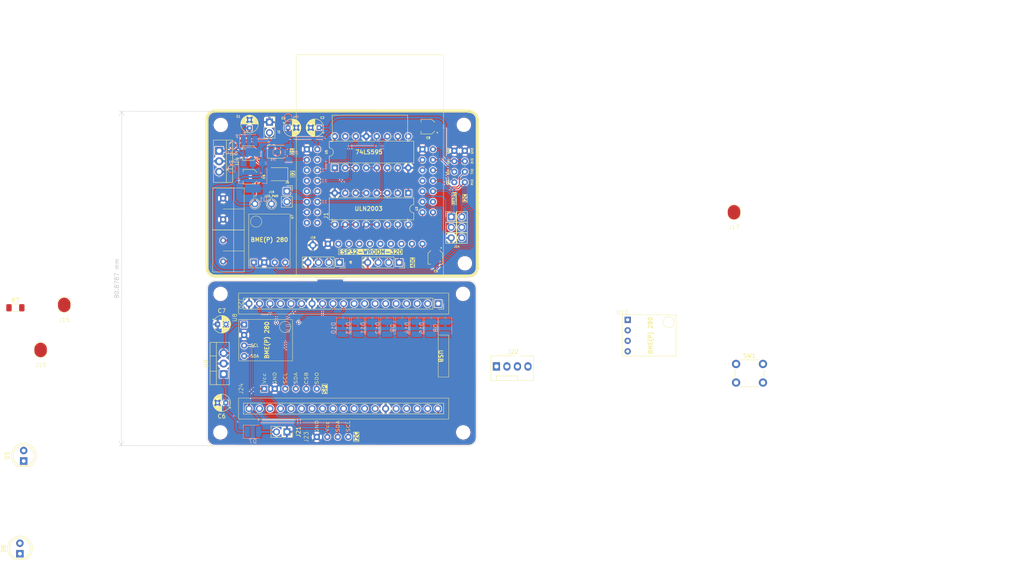
<source format=kicad_pcb>
(kicad_pcb (version 20240108) (generator "pcbnew") (generator_version "8.0")
  (layers (0 "F.Cu" signal) (31 "B.Cu" signal) (34 "B.Paste" user) (35 "F.Paste" user) (36 "B.SilkS" user "B.Silkscreen") (37 "F.SilkS" user "F.Silkscreen") (38 "B.Mask" user) (39 "F.Mask" user) (44 "Edge.Cuts" user))
  (net 0 "")
  (net 1 "GND")
  (net 2 "+3V3")
  (net 3 "+5V")
  (net 4 "/RXD")
  (net 5 "/TXD")
  (net 6 "/SDA")
  (net 7 "/GPIO_33")
  (net 8 "/SCL")
  (net 9 "/OUT3")
  (net 10 "/EN")
  (net 11 "/SOURCE2")
  (net 12 "/SOURCE1")
  (net 13 "/SOURCE3")
  (net 14 "/VDC")
  (net 15 "/DAC1")
  (net 16 "/DAC2")
  (net 17 "/GPIO39")
  (net 18 "/GPIO19")
  (net 19 "/GPIO17")
  (net 20 "/GPIO5")
  (net 21 "/GPIO18")
  (net 22 "/SD_DATA0")
  (net 23 "/ADC2_CH3")
  (net 24 "/SD_DATA3")
  (net 25 "/SD_CMD")
  (net 26 "/SD_CLK")
  (net 27 "/SD_DATA2")
  (net 28 "/SD_DATA1")
  (net 29 "/ADC2_CH0")
  (net 30 "/GPIO23")
  (net 31 "/GPIO36")
  (net 32 "/ADC2_CH2")
  (net 33 "/BOOT")
  (net 34 "/GPIO13")
  (net 35 "/SOURCE4")
  (net 36 "/SOURCE5")
  (net 37 "/SIPO_DATA")
  (net 38 "/SIPO_CLK")
  (net 40 "/SIPO_LATCH")
  (net 41 "/GPIO14")
  (net 43 "/I3")
  (net 44 "/I6")
  (net 45 "/I7")
  (net 46 "/I5")
  (net 47 "/OUT1")
  (net 48 "/VIN")
  (net 49 "/I1")
  (net 52 "Net-(D5-Pad1)")
  (net 53 "Net-(J15-Pin_1)")
  (net 54 "Net-(J19-Pin_1)")
  (net 55 "/OUT2")
  (net 67 "/RX")
  (net 72 "/TX")
  (net 83 "/SCL-2")
  (net 84 "/SDA-2")
  (net 87 "/12V")
  (net 88 "/QB-2")
  (net 89 "/QC-2")
  (net 90 "/QE-2")
  (net 91 "/QA-2")
  (net 92 "/QD-2")
  (net 93 "/QG-2")
  (net 94 "/QH-2")
  (net 95 "/QF-2")
  (net 96 "/SPI-SDO")
  (net 97 "/SPI-CSB")
  (net 98 "/SPI-SCL")
  (net 99 "/SPI-SDA")
  (net 100 "/D23")
  (net 101 "/D18")
  (footprint "Capacitor_THT:CP_Radial_D4.0mm_P2.00mm" (layer "F.Cu") (at 107 44.2 180)
    (property "Reference" "C2")
    (property "Value" "1uF")
  )
  (footprint "LED_SMD:LED_1210_3225Metric_Pad1.42x2.65mm_HandSolder" (layer "F.Cu") (at 97 55.45 180)
    (property "Reference" "D2")
    (property "Value" "STATUS")
  )
  (footprint "Capacitor_SMD:CP_Elec_3x5.3" (layer "F.Cu") (at 90.3 50.35 180)
    (property "Reference" "C4")
    (property "Value" "0.1uF")
  )
  (footprint "Resistor_SMD:R_1206_3216Metric_Pad1.30x1.75mm_HandSolder" (layer "F.Cu") (at 33.612 87.7585)
    (property "Reference" "R7")
    (property "Value" "4K7")
  )
  (footprint "LED_THT:LED_D5.0mm" (layer "F.Cu") (at 34.7 147.25 90)
    (property "Reference" "D6")
    (property "Value" "LED_STATUS")
  )
  (footprint "Button_Switch_THT:SW_PUSH_6mm" (layer "F.Cu") (at 207.8 101.35)
    (property "Reference" "SW1")
    (property "Value" "SW_Push")
  )
  (footprint "Connector:FanPinHeader_1x04_P2.54mm_Vertical" (layer "F.Cu") (at 149.88 101.95)
    (property "Reference" "J22")
    (property "Value" "Conn_01x04_Pin")
  )
  (footprint "Alexander Footprint Library:Pad_1x01_P2.54_SMD" (layer "F.Cu") (at 39.712 102.098)
    (property "Reference" "J19")
    (property "Value" "LED_PWR")
  )
  (footprint "Alexanddr Footprints Library:ESP32-WROOM-Adapter-Socket-2" (layer "F.Cu") (at 119.3 57.04)
    (property "Reference" "J1")
    (property "Value" "~")
  )
  (footprint "Alexander Footprint Library:Pad_1x01_P2.54_SMD" (layer "F.Cu") (at 45.412 91.198)
    (property "Reference" "J15")
    (property "Value" "LED_PWR")
  )
  (footprint "MountingHole:MountingHole_3mm" (layer "F.Cu") (at 142 43.5)
    (property "Reference" "H1" (hide yes))
    (property "Value" "MountingHole_Pad")
  )
  (footprint "Connector_PinSocket_2.54mm:PinSocket_1x02_P2.54mm_Vertical" (layer "F.Cu") (at 99.25 117.775 -90)
    (property "Reference" "J21")
    (property "Value" "PWR")
  )
  (footprint "MountingHole:MountingHole_3mm" (layer "F.Cu") (at 83.25 43.53)
    (property "Reference" "H2" (hide yes))
    (property "Value" "MountingHole_Pad")
  )
  (footprint "Package_DIP:DIP-16_W7.62mm" (layer "F.Cu") (at 128.58 60 -90)
    (property "Reference" "U3")
    (property "Value" "ULN2003")
  )
  (footprint "Alexander Footprints Library:Conn_Terminal_5mm" (layer "F.Cu") (at 83.82 53.69)
    (property "Reference" "J9" (hide yes))
    (property "Value" "Conn_01x02_Socket")
  )
  (footprint "Alexander Footprint Library:Pad_1x01_P2.54_SMD" (layer "F.Cu") (at 207.3 68.7895)
    (property "Reference" "J17")
    (property "Value" "GND")
  )
  (footprint "MountingHole:MountingHole_3mm" (layer "F.Cu") (at 141.85 117.9)
    (property "Reference" "H4" (hide yes))
    (property "Value" "MountingHole_Pad")
  )
  (footprint "Capacitor_THT:CP_Radial_D4.0mm_P2.00mm" (layer "F.Cu") (at 82.5 91.75)
    (property "Reference" "C7")
    (property "Value" "1uF")
  )
  (footprint "Capacitor_SMD:CP_Elec_3x5.3" (layer "F.Cu") (at 90.4 56.05 180)
    (property "Reference" "C9")
    (property "Value" "0.1uF")
  )
  (footprint "Package_DIP:DIP-16_W7.62mm" (layer "F.Cu") (at 110.8 53.9 90)
    (property "Reference" "U5")
    (property "Value" "74LS595")
  )
  (footprint "Alexander Footprint Library:PinSocket_1x01_P2.54" (layer "F.Cu") (at 91.5 65.19)
    (property "Reference" "J7")
    (property "Value" "LED_PWR")
  )
  (footprint "Alexander Footprint Library:Conn_SPI" (layer "F.Cu") (at 88.68 107.35 90)
    (property "Reference" "J24")
    (property "Value" "~")
  )
  (footprint "Connector_PinSocket_2.54mm:PinSocket_1x02_P2.54mm_Vertical" (layer "F.Cu") (at 95.025 42.85)
    (property "Reference" "J2")
    (property "Value" "PWR")
  )
  (footprint "Connector_PinSocket_2.54mm:PinSocket_1x04_P2.54mm_Vertical" (layer "F.Cu") (at 111.94 76.8 -90)
    (property "Reference" "J6")
    (property "Value" "SOURCE")
  )
  (footprint "MountingHole:MountingHole_3mm" (layer "F.Cu") (at 83.15 117.9)
    (property "Reference" "H4" (hide yes))
    (property "Value" "MountingHole_Pad")
  )
  (footprint "Connector_PinSocket_2.54mm:PinSocket_1x04_P2.54mm_Vertical" (layer "F.Cu") (at 126.38 76.8 -90)
    (property "Reference" "J10" (hide yes))
    (property "Value" "ADC")
  )
  (footprint "Capacitor_SMD:CP_Elec_3x5.3" (layer "F.Cu") (at 135.1 75.45 -90)
    (property "Reference" "C5")
    (property "Value" "0.1uF")
  )
  (footprint "MountingHole:MountingHole_3mm" (layer "F.Cu") (at 141.8 84.4)
    (property "Reference" "H4" (hide yes))
    (property "Value" "MountingHole_Pad")
  )
  (footprint "Capacitor_THT:CP_Radial_D4.0mm_P2.00mm" (layer "F.Cu") (at 99.5 44.2)
    (property "Reference" "C3")
    (property "Value" "1uF")
  )
  (footprint "Alexander Footprint Library:Conn_ESP32_WROOM-DevKit-38pins" (layer "F.Cu") (at 87.54 86.75 -90)
    (property "Reference" "J20")
    (property "Value" "~")
  )
  (footprint "Capacitor_SMD:CP_Elec_3x5.3" (layer "F.Cu") (at 133.4 43.95 180)
    (property "Reference" "C8")
    (property "Value" "10uF")
  )
  (footprint "Alexander Footprint Library:LD1117" (layer "F.Cu") (at 83.945 103.79 90)
    (property "Reference" "U9")
    (property "Value" "L7805")
  )
  (footprint "Alexander Footprint Library:PinSocket_1x01_P2.54" (layer "F.Cu") (at 95.5 65.19)
    (property "Reference" "J18")
    (property "Value" "LED_PWR")
  )
  (footprint "Alexander Footprint Library:Conn_I2C" (layer "F.Cu") (at 98.84 119 90)
    (property "Reference" "J23")
    (property "Value" "I2C")
  )
  (footprint "Capacitor_THT:CP_Radial_D4.0mm_P2.00mm" (layer "F.Cu") (at 84.4726 110.75 180)
    (property "Reference" "C6")
    (property "Value" "1uF")
  )
  (footprint "Alexander Footprint Library:BME280_BMP280_I2C" (layer "F.Cu") (at 180.3 89.45)
    (property "Reference" "U10")
    (property "Value" "BME(P)280")
  )
  (footprint "MountingHole:MountingHole_3mm" (layer "F.Cu") (at 83.2 84.4)
    (property "Reference" "H4" (hide yes))
    (property "Value" "MountingHole_Pad")
  )
  (footprint "Connector_PinSocket_2.54mm:PinSocket_1x02_P2.54mm_Vertical" (layer "F.Cu") (at 99.225 59.55)
    (property "Reference" "J5")
    (property "Value" "DAC")
  )
  (footprint "Alexander Footprint Library:CONN_2x3" (layer "F.Cu") (at 138.96 60.68)
    (property "Reference" "J14")
    (property "Value" "GPIO")
  )
  (footprint "Alexander Footprints Library:Conn_UART" (layer "F.Cu") (at 139.7 42.15)
    (property "Reference" "J3" (hide yes))
    (property "Value" "UART")
  )
  (footprint "Alexander Footprint Library:PinSocket_1x01_P2.54" (layer "F.Cu") (at 105.5 75.19)
    (property "Reference" "J16")
    (property "Value" "GND")
  )
  (footprint "Capacitor_THT:CP_Radial_D4.0mm_P2.00mm" (layer "F.Cu") (at 90.2 44.3 90)
    (property "Reference" "C1")
    (property "Value" "1uF")
  )
  (footprint "Alexander Footprint Library:BME280_BMP280_I2C" (layer "F.Cu") (at 90 78.1 90)
    (property "Reference" "U7")
    (property "Value" "BME(P)280")
  )
  (footprint "Alexander Footprint Library:LD1117" (layer "F.Cu") (at 82.855 49.77 -90)
    (property "Reference" "U4")
    (property "Value" "L7805")
  )
  (footprint "Alexander Footprints Library:Conn_I2C" (layer "F.Cu") (at 142.24 42.15)
    (property "Reference" "J4" (hide yes))
    (property "Value" "I2C")
  )
  (footprint "LED_THT:LED_D5.0mm" (layer "F.Cu") (at 35.612 124.8335 90)
    (property "Reference" "D5")
    (property "Value" "LED_PWR")
  )
  (footprint "Alexander Footprint Library:BME280_BMP280_I2C" (layer "F.Cu") (at 87.6 90.59)
    (property "Reference" "U8")
    (property "Value" "BME(P)280")
  )
  (footprint "LED_SMD:LED_1210_3225Metric_Pad1.42x2.65mm_HandSolder" (layer "F.Cu") (at 97 50)
    (property "Reference" "D1")
    (property "Value" "PWR")
  )
  (footprint "MountingHole:MountingHole_3mm" (layer "F.Cu") (at 142.25 77)
    (property "Reference" "H4" (hide yes))
    (property "Value" "MountingHole_Pad")
  )
  (footprint "Alexander Footprints Library:Conn_Terminal_5mm" (layer "F.Cu") (at 83.82 63.85)
    (property "Reference" "J8" (hide yes))
    (property "Value" "Conn_01x02_Socket")
  )
  (footprint "TestPoint:TestPoint_Pad_D1.5mm" (layer "B.Cu") (at 99.5 41.75 180)
    (property "Reference" "TP4")
    (property "Value" "5V")
  )
  (footprint "LED_SMD:LED_1210_3225Metric_Pad1.42x2.65mm_HandSolder" (layer "B.Cu") (at 127.1 92.65 -90)
    (property "Reference" "D9")
    (property "Value" "PWR")
  )
  (footprint "TestPoint:TestPoint_Pad_D1.5mm" (layer "B.Cu") (at 96.8 50.15 180)
    (property "Reference" "TP3")
    (property "Value" "3V3")
  )
  (footprint "LED_SMD:LED_1210_3225Metric_Pad1.42x2.65mm_HandSolder" (layer "B.Cu") (at 119.9 92.65 -90)
    (property "Reference" "D11")
    (property "Value" "PWR")
  )
  (footprint "Diode_SMD:D_1210_3225Metric" (layer "B.Cu") (at 91 117.75)
    (property "Reference" "D7")
    (property "Value" "D")
  )
  (footprint "LED_SMD:LED_1210_3225Metric_Pad1.42x2.65mm_HandSolder" (layer "B.Cu") (at 134.1 92.65 -90)
    (property "Reference" "D15")
    (property "Value" "PWR")
  )
  (footprint "Resistor_SMD:R_1206_3216Metric_Pad1.30x1.75mm_HandSolder" (layer "B.Cu") (at 99.7 50.25 -90)
    (property "Reference" "R1")
    (property "Value" "10K")
  )
  (footprint "Diode_SMD:D_1210_3225Metric" (layer "B.Cu") (at 90.1 47.4)
    (property "Reference" "D4")
    (property "Value" "D")
  )
  (footprint "LED_SMD:LED_1210_3225Metric_Pad1.42x2.65mm_HandSolder" (layer "B.Cu") (at 130.6 92.65 -90)
    (property "Reference" "D14")
    (property "Value" "PWR")
  )
  (footprint "TestPoint:TestPoint_Pad_D1.5mm" (layer "B.Cu") (at 86.2 48.45 180)
    (property "Reference" "TP1")
    (property "Value" "VIN")
  )
  (footprint "LED_SMD:LED_1210_3225Metric_Pad1.42x2.65mm_HandSolder" (layer "B.Cu") (at 123.5 92.65 -90)
    (property "Reference" "D12")
    (property "Value" "PWR")
  )
  (footprint "TestPoint:TestPoint_Pad_D1.5mm" (layer "B.Cu") (at 85.9 54.15 180)
    (property "Reference" "TP2")
    (property "Value" "GND")
  )
  (footprint "LED_SMD:LED_1210_3225Metric_Pad1.42x2.65mm_HandSolder" (layer "B.Cu") (at 116.4 92.65 -90)
    (property "Reference" "D13")
    (property "Value" "PWR")
  )
  (footprint "LED_SMD:LED_1210_3225Metric_Pad1.42x2.65mm_HandSolder" (layer "B.Cu") (at 112.8 92.65 -90)
    (property "Reference" "D10")
    (property "Value" "PWR")
  )
  (footprint "Package_TO_SOT_SMD:SOT-223-3_TabPin2" (layer "B.Cu") (at 91 55.75 -90)
    (property "Reference" "U1")
    (property "Value" "MAX1726EUK33")
  )
  (footprint "LED_SMD:LED_1210_3225Metric_Pad1.42x2.65mm_HandSolder" (layer "B.Cu") (at 137.5 92.65 -90)
    (property "Reference" "D8")
    (property "Value" "PWR")
  )
  (gr_line (start 145.25 42.11421) (end 145.25 78.085782) (stroke (width 0.75)) (layer "F.SilkS"))
  (gr_line (start 81.914218 40.164218) (end 143.08579 40.164218) (stroke (width 0.75)) (layer "F.SilkS"))
  (gr_arc (start 145.25 78.085782) (mid 144.66422 79.500007) (end 143.25 80.085782) (stroke (width 0.75)) (layer "F.SilkS"))
  (gr_line (start 79.914218 42.11421) (end 79.914218 78.085782) (stroke (width 0.75)) (layer "F.SilkS"))
  (gr_arc (start 81.914218 80.085782) (mid 80.499999 79.500001) (end 79.914218 78.085782) (stroke (width 0.75)) (layer "F.SilkS"))
  (gr_arc (start 143.25 40.25) (mid 144.664214 40.835786) (end 145.25 42.25) (stroke (width 0.75)) (layer "F.SilkS"))
  (gr_arc (start 79.914218 42.164218) (mid 80.499999 40.749999) (end 81.914218 40.164218) (stroke (width 0.75)) (layer "F.SilkS"))
  (gr_line (start 81.914214 80.085782) (end 143.085786 80.085782) (stroke (width 0.75)) (layer "F.SilkS"))
  (gr_line (start 82.014214 80.235786) (end 106.4 80.25) (stroke (width 0.1)) (layer "Edge.Cuts"))
  (gr_line (start 80 42.25) (end 80.014214 78.235786) (stroke (width 0.1)) (layer "Edge.Cuts"))
  (gr_arc (start 79.921321 83.157107) (mid 80.507106 81.742896) (end 81.921321 81.157107) (stroke (width 0.1)) (layer "Edge.Cuts"))
  (gr_line (start 81.921321 121.128679) (end 143.107107 121.142893) (stroke (width 0.1)) (layer "Edge.Cuts"))
  (gr_arc (start 81.921321 121.128679) (mid 80.507101 120.542899) (end 79.921321 119.128679) (stroke (width 0.1)) (layer "Edge.Cuts"))
  (gr_line (start 143.092893 81.157107) (end 113 81.15) (stroke (width 0.1)) (layer "Edge.Cuts"))
  (gr_arc (start 145.107107 119.142893) (mid 144.521321 120.557107) (end 143.107107 121.142893) (stroke (width 0.1)) (layer "Edge.Cuts"))
  (gr_line (start 106.4 81.15) (end 81.921321 81.157107) (stroke (width 0.1)) (layer "Edge.Cuts"))
  (gr_arc (start 143.185786 40.264214) (mid 144.600004 40.849996) (end 145.185786 42.264214) (stroke (width 0.1)) (layer "Edge.Cuts"))
  (gr_line (start 113 80.25) (end 143.185786 80.235786) (stroke (width 0.1)) (layer "Edge.Cuts"))
  (gr_arc (start 82.014214 80.235786) (mid 80.599996 79.650004) (end 80.014214 78.235786) (stroke (width 0.1)) (layer "Edge.Cuts"))
  (gr_line (start 145.185786 42.264214) (end 145.185786 78.235786) (stroke (width 0.1)) (layer "Edge.Cuts"))
  (gr_arc (start 80 42.25) (mid 80.585786 40.835786) (end 82 40.25) (stroke (width 0.1)) (layer "Edge.Cuts"))
  (gr_line (start 145.107107 119.142893) (end 145.092893 83.157107) (stroke (width 0.1)) (layer "Edge.Cuts"))
  (gr_line (start 79.921321 119.128679) (end 79.921321 83.157107) (stroke (width 0.1)) (layer "Edge.Cuts"))
  (gr_line (start 106.4 81.15) (end 106.4 80.25) (stroke (width 0.1)) (layer "Edge.Cuts"))
  (gr_arc (start 145.185786 78.235786) (mid 144.600004 79.650004) (end 143.185786 80.235786) (stroke (width 0.1)) (layer "Edge.Cuts"))
  (gr_arc (start 143.092893 81.157107) (mid 144.507112 81.742888) (end 145.092893 83.157107) (stroke (width 0.1)) (layer "Edge.Cuts"))
  (gr_line (start 113 81.15) (end 113 80.25) (stroke (width 0.1)) (layer "Edge.Cuts"))
  (gr_line (start 143.185786 40.264214) (end 82 40.25) (stroke (width 0.1)) (layer "Edge.Cuts"))
  (gr_text "SCL" (at 90.4 96.85 0) (layer "F.SilkS") (effects (font (size 0.7 0.7) (thickness 0.125) (bold yes)) (justify left)))
  (gr_text "ADC" (at 130.1 78.05 90) (layer "F.SilkS" knockout) (effects (font (size 0.8 0.8) (thickness 0.2) (bold yes)) (justify left bottom)))
  (gr_text "SDA" (at 90.4 99.45 0) (layer "F.SilkS") (effects (font (size 0.7 0.7) (thickness 0.125) (bold yes)) (justify left)))
  (gr_text "74LS595" (at 119.057143 50.1 0) (layer "F.SilkS") (effects (font (size 1 1) (thickness 0.2) (bold yes))))
  (gr_text "ULN2003" (at 115.5 64.374 0) (layer "F.SilkS") (effects (font (size 1 1) (thickness 0.2) (bold yes)) (justify left bottom)))
  (dimension (type aligned) (layer "Edge.Cuts") (pts (xy 81.921321 121.128679) (xy 82 40.25)) (height -22.6907) (gr_text "80.8787 mm" (at 58.119973 80.666146 89.94426182) (layer "Edge.Cuts") (effects (font (size 1 1) (thickness 0.15)))) (format (prefix "") (suffix "") (units 3) (units_format 1) (precision 4)) (style (thickness 0.1) (arrow_length 1.27) (text_position_mode 0) (extension_height 0.58642) (extension_offset 0.5) keep_text_aligned))
  (segment (start 84.21 66) (end 83.82 66.39) (width 0.5) (layer "F.Cu") (net 1))
  (segment (start 91.5 59.65) (end 91.9 59.25) (width 0.5) (layer "F.Cu") (net 2))
  (segment (start 90.08 108.57) (end 90.08 112.15) (width 0.5) (layer "F.Cu") (net 2))
  (segment (start 139.7 52.31) (end 138.56 52.31) (width 0.25) (layer "F.Cu") (net 2))
  (segment (start 91.3 107.35) (end 90.08 108.57) (width 0.5) (layer "F.Cu") (net 2))
  (segment (start 91.9 59.25) (end 91.9 56.05) (width 0.5) (layer "F.Cu") (net 2))
  (segment (start 137.2 43.95) (end 134.9 43.95) (width 0.25) (layer "F.Cu") (net 2))
  (segment (start 138.56 52.31) (end 137.6 51.35) (width 0.25) (layer "F.Cu") (net 2))
  (segment (start 93.76 107.35) (end 91.3 107.35) (width 0.5) (layer "F.Cu") (net 2))
  (segment (start 91.5 62.62) (end 91.5 59.65) (width 0.5) (layer "F.Cu") (net 2))
  (segment (start 137.6 51.35) (end 137.6 44.35) (width 0.25) (layer "F.Cu") (net 2))
  (segment (start 137.6 44.35) (end 137.2 43.95) (width 0.25) (layer "F.Cu") (net 2))
  (segment (start 96.075 48.7) (end 97.525 48.7) (width 0.5) (layer "B.Cu") (net 2))
  (segment (start 109.408578 44.2) (end 107 44.2) (width 0.5) (layer "B.Cu") (net 2))
  (segment (start 93.21 115.25) (end 101 115.25) (width 0.5) (layer "B.Cu") (net 2))
  (segment (start 81.3 75.997918) (end 81.3 59.75104) (width 0.5) (layer "B.Cu") (net 2))
  (segment (start 93.3 54.905025) (end 93.3 52.6) (width 0.5) (layer "B.Cu") (net 2))
  (segment (start 100 48.7) (end 100 48.03033) (width 0.5) (layer "B.Cu") (net 2))
  (segment (start 139.13 52.31) (end 139.7 52.31) (width 0.5) (layer "B.Cu") (net 2))
  (segment (start 138.156949 51.906949) (end 138.03 51.78) (width 0.5) (layer "B.Cu") (net 2))
  (segment (start 109 117.5) (end 109 119) (width 0.5) (layer "B.Cu") (net 2))
  (segment (start 106.6 48.627817) (end 106.6 49.299791) (width 0.5) (layer "B.Cu") (net 2))
  (segment (start 84.202081 78.9) (end 89.990883 78.9) (width 0.5) (layer "B.Cu") (net 2))
  (segment (start 109.75 45) (end 109.75 44.141421) (width 0.5) (layer "B.Cu") (net 2))
  (segment (start 109.75 43.858578) (end 109.75 44.141421) (width 0.5) (layer "B.Cu") (net 2))
  (segment (start 104.722182 46.75) (end 106.277817 46.75) (width 0.5) (layer "B.Cu") (net 2))
  (segment (start 139.7 52.31) (end 142.24 52.31) (width 0.5) (layer "B.Cu") (net 2))
  (segment (start 137.5 50.500466) (end 137.5 43.883883) (width 0.5) (layer "B.Cu") (net 2))
  (segment (start 88.207106 62.75) (end 91.5 62.75) (width 0.5) (layer "B.Cu") (net 2))
  (segment (start 86.5 61.042893) (end 86.5 57.5) (width 0.5) (layer "B.Cu") (net 2))
  (segment (start 106.277817 46.75) (end 108 46.75) (width 0.5) (layer "B.Cu") (net 2))
  (segment (start 101 115.25) (end 102.5 116.75) (width 0.5) (layer "B.Cu") (net 2))
  (segment (start 91.22 77.670883) (end 91.22 76.8) (width 0.5) (layer "B.Cu") (net 2))
  (segment (start 89.455634 56.1) (end 92.105025 56.1) (width 0.5) (layer "B.Cu") (net 2))
  (segment (start 96.075 48.7) (end 95.177817 48.7) (width 0.5) (layer "B.Cu") (net 2))
  (segment (start 90.11 112.15) (end 93.21 115.25) (width 0.5) (layer "B.Cu") (net 2))
  (segment (start 108.25 116.75) (end 109 117.5) (width 0.5) (layer "B.Cu") (net 2))
  (segment (start 104.722182 46.75) (end 101.28033 46.75) (width 0.5) (layer "B.Cu") (net 2))
  (segment (start 108 46.75) (end 109.75 45) (width 0.5) (layer "B.Cu") (net 2))
  (segment (start 96.8 49.425) (end 96.8 50.15) (width 0.25) (layer "B.Cu") (net 2))
  (segment (start 109.75 43.625) (end 109.75 43.858578) (width 0.5) (layer "B.Cu") (net 2))
  (segment (start 110.015165 42.984834) (end 110.5 42.5) (width 0.5) (layer "B.Cu") (net 2))
  (segment (start 93.3 52.6) (end 93.3 50.577817) (width 0.5) (layer "B.Cu") (net 2))
  (segment (start 82.75104 58.3) (end 84.144365 58.3) (width 0.5) (layer "B.Cu") (net 2))
  (segment (start 106.685 49.335) (end 106.77 49.25) (width 0.5) (layer "B.Cu") (net 2))
  (segment (start 102.5 116.75) (end 108.25 116.75) (width 0.5) (layer "B.Cu") (net 2))
  (segment (start 112.31066 41.75) (end 135.366116 41.75) (width 0.5) (layer "B.Cu") (net 2))
  (segment (start 100 48.7) (end 97.525 48.7) (width 0.5) (layer "B.Cu") (net 2))
  (arc (start 136.875 42.375) (mid 137.337567 43.067281) (end 137.5 43.883883) (width 0.5) (layer "B.Cu") (net 2))
  (arc (start 137.5 50.500466) (mid 137.637742 51.192944) (end 138.03 51.78) (width 0.5) (layer "B.Cu") (net 2))
  (arc (start 93.3 54.905025) (mid 93.209037 55.362322) (end 92.95 55.75) (width 0.5) (layer "B.Cu") (net 2))
  (arc (start 86.8 57.2) (mid 85.581584 58.014119) (end 84.144365 58.3) (width 0.5) (layer "B.Cu") (net 2))
  (arc (start 106.6 49.299791) (mid 106.630737 49.345793) (end 106.685 49.335) (width 0.5) (layer "B.Cu") (net 2))
  (arc (start 89.455634 56.1) (mid 88.018415 56.38588) (end 86.8 57.2) (width 0.5) (layer "B.Cu") (net 2))
  (arc (start 86.5 61.042893) (mid 86.629945 61.696174) (end 87 62.25) (width 0.5) (layer "B.Cu") (net 2))
  (arc (start 82.75104 58.3) (mid 82.195751 58.410453) (end 81.725 58.725) (width 0.5) (layer "B.Cu") (net 2))
  (arc (start 92.95 55.75) (mid 92.562322 56.009037) (end 92.105025 56.1) (width 0.5) (layer "B.Cu") (net 2))
  (arc (start 95.177817 48.7) (mid 94.459207 48.84294) (end 93.85 49.25) (width 0.5) (layer "B.Cu") (net 2))
  (arc (start 96.8 49.425) (mid 96.587652 48.912347) (end 96.075 48.7) (width 0.25) (layer "B.Cu") (net 2))
  (arc (start 82.15 78.05) (mid 83.091502 78.679092) (end 84.202081 78.9) (width 0.5) (layer "B.Cu") (net 2))
  (arc (start 110.015165 42.984834) (mid 109.818914 43.278544) (end 109.75 43.625) (width 0.5) (layer "B.Cu") (net 2))
  (arc (start 109.75 44.141421) (mid 109.713838 44.087301) (end 109.65 44.1) (width 0.5) (layer "B.Cu") (net 2))
  (arc (start 136.875 42.375) (mid 136.182718 41.912432) (end 135.366116 41.75) (width 0.5) (layer "B.Cu") (net 2))
  (arc (start 93.85 49.25) (mid 93.44294 49.859207) (end 93.3 50.577817) (width 0.5) (layer "B.Cu") (net 2))
  (arc (start 90.86 78.54) (mid 90.461245 78.806439) (end 89.990883 78.9) (width 0.5) (layer "B.Cu") (net 2))
  (arc (start 109.65 44.1) (mid 109.539234 44.17401) (end 109.408578 44.2) (width 0.5) (layer "B.Cu") (net 2))
  (arc (start 87 62.25) (mid 87.553825 62.620054) (end 88.207106 62.75) (width 0.5) (layer "B.Cu") (net 2))
  (arc (start 81.725 58.725) (mid 81.410453 59.195751) (end 81.3 59.75104) (width 0.5) (layer "B.Cu") (net 2))
  (arc (start 106.05 47.3) (mid 105.440792 46.89294) (end 104.722182 46.75) (width 0.5) (layer "B.Cu") (net 2))
  (arc (start 138.156949 51.906949) (mid 138.603388 52.20525) (end 139.13 52.31) (width 0.5) (layer "B.Cu") (net 2))
  (arc (start 101.28033 46.75) (mid 100.790368 46.847459) (end 100.375 47.125) (width 0.5) (layer "B.Cu") (net 2))
  (arc (start 106.05 47.3) (mid 106.457059 47.909207) (end 106.6 48.627817) (width 0.5) (layer "B.Cu") (net 2))
  (arc (start 106.277817 46.75) (mid 105.980159 46.948888) (end 106.05 47.3) (width 0.5) (layer "B.Cu") (net 2))
  (arc (start 91.22 77.670883) (mid 91.126439 78.141245) (end 90.86 78.54) (width 0.5) (layer "B.Cu") (net 2))
  (arc (start 109.65 44.1) (mid 109.72401 43.989234) (end 109.75 43.858578) (width 0.5) (layer "B.Cu") (net 2))
  (arc (start 112.31066 41.75) (mid 111.330737 41.944918) (end 110.5 42.5) (width 0.5) (layer "B.Cu") (net 2))
  (arc (start 100.375 47.125) (mid 100.097459 47.540368) (end 100 48.03033) (width 0.5) (layer "B.Cu") (net 2))
  (arc (start 81.3 75.997918) (mid 81.520907 77.108496) (end 82.15 78.05) (width 0.5) (layer "B.Cu") (net 2))
  (segment (start 99.5 45.693413) (end 99.5 44.2) (width 0.5) (layer "F.Cu") (net 3))
  (segment (start 87.75 115.25) (end 135.25 115.25) (width 0.5) (layer "F.Cu") (net 3))
  (segment (start 98.6375 46.9625) (end 99.2125 46.3875) (width 0.5) (layer "F.Cu") (net 3))
  (segment (start 83.945 98.71) (end 86.21 98.71) (width 0.5) (layer "F.Cu") (net 3))
  (segment (start 86.75 99.25) (end 86.75 100) (width 0.5) (layer "F.Cu") (net 3))
  (segment (start 126.04 46.28) (end 126.04 48.251906) (width 0.5) (layer "F.Cu") (net 3))
  (segment (start 108.3 49.803553) (end 108.3 65.537329) (width 0.5) (layer "F.Cu") (net 3))
  (segment (start 108.3 49.803553) (end 108.3 49.096446) (width 0.5) (layer "F.Cu") (net 3))
  (segment (start 135.81 114.69) (end 135.81 112.15) (width 0.5) (layer "F.Cu") (net 3))
  (segment (start 110.8 46.28) (end 110.8 48.15) (width 0.5) (layer "F.Cu") (net 3))
  (segment (start 86.75 114.25) (end 87.75 115.25) (width 0.5) (layer "F.Cu") (net 3))
  (segment (start 86.75 100) (end 86.75 114.25) (width 0.5) (layer "F.Cu") (net 3))
  (segment (start 110.8 48.15) (end 110 48.95) (width 0.5) (layer "F.Cu") (net 3))
  (segment (start 88.1 47.25) (end 97.943413 47.25) (width 0.5) (layer "F.Cu") (net 3))
  (segment (start 84.9 54.85) (end 85.4 54.35) (width 0.5) (layer "F.Cu") (net 3))
  (segment (start 126.04 48.251906) (end 125.341906 48.95) (width 0.5) (layer "F.Cu") (net 3))
  (segment (start 85.4 54.35) (end 85.4 49.95) (width 0.5) (layer "F.Cu") (net 3))
  (segment (start 107.608621 46.675) (end 99.331586 46.675) (width 0.5) (layer "F.Cu") (net 3))
  (segment (start 110 48.95) (end 109.153553 48.95) (width 0.5) (layer "F.Cu") (net 3))
  (segment (start 86.21 98.71) (end 86.75 99.25) (width 0.5) (layer "F.Cu") (net 3))
  (segment (start 108.3 49.096446) (end 108.3 47.366378) (width 0.5) (layer "F.Cu") (net 3))
  (segment (start 109.104574 67.204574) (end 108.91 67.01) (width 0.5) (layer "F.Cu") (net 3))
  (segment (start 110.8 46.355) (end 110.725 46.28) (width 0.5) (layer "F.Cu") (net 3))
  (segment (start 135.25 115.25) (end 135.81 114.69) (width 0.5) (layer "F.Cu") (net 3))
  (segment (start 110.1075 67.62) (end 110.695 67.62) (width 0.5) (layer "F.Cu") (net 3))
  (segment (start 82.855 54.85) (end 84.9 54.85) (width 0.5) (layer "F.Cu") (net 3))
  (segment (start 85.4 49.95) (end 88.1 47.25) (width 0.5) (layer "F.Cu") (net 3))
  (segment (start 125.341906 48.95) (end 110 48.95) (width 0.5) (layer "F.Cu") (net 3))
  (arc (start 108.0975 46.8775) (mid 108.247371 47.101799) (end 108.3 47.366378) (width 0.5) (layer "F.Cu") (net 3))
  (arc (start 108.3 65.537329) (mid 108.458533 66.334332) (end 108.91 67.01) (width 0.5) (layer "F.Cu") (net 3))
  (arc (start 97.943413 47.25) (mid 98.31905 47.175281) (end 98.6375 46.9625) (width 0.5) (layer "F.Cu") (net 3))
  (arc (start 99.2125 46.3875) (mid 99.175992 46.571035) (end 99.331586 46.675) (width 0.5) (layer "F.Cu") (net 3))
  (arc (start 108.0975 46.8775) (mid 107.8732 46.727628) (end 107.608621 46.675) (width 0.5) (layer "F.Cu") (net 3))
  (arc (start 109.104574 67.204574) (mid 109.56472 67.512034) (end 110.1075 67.62) (width 0.5) (layer "F.Cu") (net 3))
  (arc (start 108.55 49.2) (mid 108.364972 49.476912) (end 108.3 49.803553) (width 0.5) (layer "F.Cu") (net 3))
  (arc (start 108.3 49.096446) (mid 108.390403 49.231745) (end 108.55 49.2) (width 0.5) (layer "F.Cu") (net 3))
  (arc (start 99.331586 46.675) (mid 98.955949 46.749718) (end 98.6375 46.9625) (width 0.5) (layer "F.Cu") (net 3))
  (arc (start 109.153553 48.95) (mid 108.826912 49.014972) (end 108.55 49.2) (width 0.5) (layer "F.Cu") (net 3))
  (arc (start 99.5 45.693413) (mid 99.425281 46.06905) (end 99.2125 46.3875) (width 0.5) (layer "F.Cu") (net 3))
  (segment (start 83.945 97.305) (end 84.5 96.75) (width 0.5) (layer "B.Cu") (net 3))
  (segment (start 84.5 94.05) (end 84.5 91.75) (width 0.5) (layer "B.Cu") (net 3))
  (segment (start 88.9 91.81) (end 86.74 91.81) (width 0.5) (layer "B.Cu") (net 3))
  (segment (start 83.945 98.71) (end 83.945 97.305) (width 0.5) (layer "B.Cu") (net 3))
  (segment (start 86.74 91.81) (end 84.5 94.05) (width 0.5) (layer "B.Cu") (net 3))
  (segment (start 84.5 96.75) (end 84.5 94.05) (width 0.5) (layer "B.Cu") (net 3))
  (segment (start 99.5 42.25) (end 99.5 44.2) (width 0.25) (layer "B.Cu") (net 3))
  (segment (start 139.7 57.35) (end 139.7 57.39) (width 0.25) (layer "F.Cu") (net 4))
  (segment (start 133.25 53.25) (end 135.6 53.25) (width 0.25) (layer "F.Cu") (net 4))
  (segment (start 135.6 53.25) (end 139.7 57.35) (width 0.25) (layer "F.Cu") (net 4))
  (segment (start 132 54.5) (end 133.25 53.25) (width 0.25) (layer "F.Cu") (net 4))
  (segment (start 140.3 57.45) (end 139.3 57.45) (width 0.25) (layer "F.Cu") (net 4))
  (segment (start 136.61 51.96) (end 134.54 51.96) (width 0.25) (layer "F.Cu") (net 5))
  (segment (start 134.74 51.79) (end 134.62 51.91) (width 0.25) (layer "F.Cu") (net 5))
  (segment (start 139.5 54.85) (end 136.61 51.96) (width 0.25) (layer "F.Cu") (net 5))
  (segment (start 139.7 54.85) (end 139.5 54.85) (width 0.25) (layer "F.Cu") (net 5))
  (segment (start 138.59 58.55) (end 140.4 58.55) (width 0.25) (layer "F.Cu") (net 6))
  (segment (start 136.213604 54.5) (end 138 56.286396) (width 0.25) (layer "F.Cu") (net 6))
  (segment (start 138 57.96) (end 138.59 58.55) (width 0.25) (layer "F.Cu") (net 6))
  (segment (start 140.9 56.19) (end 142.24 54.85) (width 0.25) (layer "F.Cu") (net 6))
  (segment (start 140.9 58.05) (end 140.9 56.19) (width 0.25) (layer "F.Cu") (net 6))
  (segment (start 134.54 54.5) (end 136.213604 54.5) (width 0.25) (layer "F.Cu") (net 6))
  (segment (start 138 56.286396) (end 138 57.96) (width 0.25) (layer "F.Cu") (net 6))
  (segment (start 142.24 54.85) (end 142.24 55.51) (width 0.25) (layer "F.Cu") (net 6))
  (segment (start 140.4 58.55) (end 140.9 58.05) (width 0.25) (layer "F.Cu") (net 6))
  (segment (start 141.79 58.74) (end 141 57.95) (width 0.25) (layer "B.Cu") (net 6))
  (segment (start 140.418198 72.781802) (end 143.281802 72.781802) (width 0.25) (layer "B.Cu") (net 6))
  (segment (start 98.84 76.8) (end 98.84 78.09) (width 0.25) (layer "B.Cu") (net 6))
  (segment (start 143.55 64.45) (end 141.79 62.69) (width 0.25) (layer "B.Cu") (net 6))
  (segment (start 134.55 78.65) (end 140.418198 72.781802) (width 0.25) (layer "B.Cu") (net 6))
  (segment (start 141.79 62.69) (end 141.79 58.74) (width 0.25) (layer "B.Cu") (net 6))
  (segment (start 141 56.09) (end 142.24 54.85) (width 0.25) (layer "B.Cu") (net 6))
  (segment (start 98.84 78.09) (end 99.4 78.65) (width 0.25) (layer "B.Cu") (net 6))
  (segment (start 99.4 78.65) (end 134.55 78.65) (width 0.25) (layer "B.Cu") (net 6))
  (segment (start 143.281802 72.781802) (end 143.55 72.513604) (width 0.25) (layer "B.Cu") (net 6))
  (segment (start 143.55 72.513604) (end 143.55 64.45) (width 0.25) (layer "B.Cu") (net 6))
  (segment (start 141 57.95) (end 141 56.09) (width 0.25) (layer "B.Cu") (net 6))
  (segment (start 103.97 59.53) (end 104.14 59.53) (width 0.25) (layer "F.Cu") (net 7))
  (segment (start 137.55 58.146396) (end 138.403604 59) (width 0.25) (layer "F.Cu") (net 8))
  (segment (start 131.5 55.75) (end 136.75 55.75) (width 0.25) (layer "F.Cu") (net 8))
  (segment (start 140.63 59) (end 142.24 57.39) (width 0.25) (layer "F.Cu") (net 8))
  (segment (start 136.75 55.75) (end 137.55 56.55) (width 0.25) (layer "F.Cu") (net 8))
  (segment (start 137.55 56.55) (end 137.55 58.146396) (width 0.25) (layer "F.Cu") (net 8))
  (segment (start 130.745 54.995) (end 131.5 55.75) (width 0.25) (layer "F.Cu") (net 8))
  (segment (start 130.745 53.245) (end 130.745 54.995) (width 0.25) (layer "F.Cu") (net 8))
  (segment (start 132.08 51.91) (end 130.745 53.245) (width 0.25) (layer "F.Cu") (net 8))
  (segment (start 138.403604 59) (end 140.63 59) (width 0.25) (layer "F.Cu") (net 8))
  (segment (start 143.4 73.3) (end 144 72.7) (width 0.25) (layer "B.Cu") (net 8))
  (segment (start 96.95 79.1) (end 134.8 79.1) (width 0.25) (layer "B.Cu") (net 8))
  (segment (start 96.3 76.8) (end 96.3 78.45) (width 0.25) (layer "B.Cu") (net 8))
  (segment (start 144 72.7) (end 144 64.263604) (width 0.25) (layer "B.Cu") (net 8))
  (segment (start 142.24 62.503604) (end 142.24 57.39) (width 0.25) (layer "B.Cu") (net 8))
  (segment (start 96.3 78.45) (end 96.95 79.1) (width 0.25) (layer "B.Cu") (net 8))
  (segment (start 134.8 79.1) (end 140.6 73.3) (width 0.25) (layer "B.Cu") (net 8))
  (segment (start 144 64.263604) (end 142.24 62.503604) (width 0.25) (layer "B.Cu") (net 8))
  (segment (start 140.6 73.3) (end 143.4 73.3) (width 0.25) (layer "B.Cu") (net 8))
  (segment (start 103.27 52.75) (end 104.06 51.96) (width 0.25) (layer "F.Cu") (net 10))
  (segment (start 91.8 52.25) (end 92.3 52.75) (width 0.25) (layer "F.Cu") (net 10))
  (segment (start 92.3 52.75) (end 103.27 52.75) (width 0.25) (layer "F.Cu") (net 10))
  (segment (start 103.72 52.3) (end 104.06 51.96) (width 0.25) (layer "F.Cu") (net 10))
  (segment (start 91.8 50.35) (end 91.8 52.25) (width 0.25) (layer "F.Cu") (net 10))
  (segment (start 100 51.8) (end 103.9 51.8) (width 0.25) (layer "B.Cu") (net 10))
  (segment (start 103.9 51.8) (end 104.06 51.96) (width 0.25) (layer "B.Cu") (net 10))
  (segment (start 113.235 67.62) (end 115.775 67.62) (width 0.5) (layer "F.Cu") (net 11))
  (segment (start 99 73.1) (end 102.7 69.4) (width 0.5) (layer "F.Cu") (net 11))
  (segment (start 86.37 71.47) (end 88 73.1) (width 0.5) (layer "F.Cu") (net 11))
  (segment (start 102.7 69.4) (end 111.455 69.4) (width 0.5) (layer "F.Cu") (net 11))
  (segment (start 88 73.1) (end 99 73.1) (width 0.5) (layer "F.Cu") (net 11))
  (segment (start 83.82 71.47) (end 86.37 71.47) (width 0.5) (layer "F.Cu") (net 11))
  (segment (start 111.455 69.4) (end 113.235 67.62) (width 0.5) (layer "F.Cu") (net 11))
  (segment (start 86.275 76.55) (end 88.075 74.75) (width 0.5) (layer "F.Cu") (net 12))
  (segment (start 104.4 70.1) (end 115.835 70.1) (width 0.5) (layer "F.Cu") (net 12))
  (segment (start 99.75 74.75) (end 104.4 70.1) (width 0.5) (layer "F.Cu") (net 12))
  (segment (start 118.315 67.62) (end 120.855 67.62) (width 0.5) (layer "F.Cu") (net 12))
  (segment (start 83.82 76.55) (end 86.275 76.55) (width 0.5) (layer "F.Cu") (net 12))
  (segment (start 115.835 70.1) (end 118.315 67.62) (width 0.5) (layer "F.Cu") (net 12))
  (segment (start 88.075 74.75) (end 99.75 74.75) (width 0.5) (layer "F.Cu") (net 12))
  (segment (start 128.475 67.62) (end 128.475 68.825) (width 0.25) (layer "F.Cu") (net 13))
  (segment (start 125.7 72.8) (end 124.55 73.95) (width 0.25) (layer "F.Cu") (net 13))
  (segment (start 111.94 75.26) (end 111.94 76.8) (width 0.25) (layer "F.Cu") (net 13))
  (segment (start 124.55 73.95) (end 118.622792 73.95) (width 0.25) (layer "F.Cu") (net 13))
  (segment (start 128.475 68.825) (end 125.7 71.6) (width 0.25) (layer "F.Cu") (net 13))
  (segment (start 125.7 71.6) (end 125.7 72.8) (width 0.25) (layer "F.Cu") (net 13))
  (segment (start 117.872792 74.7) (end 112.5 74.7) (width 0.25) (layer "F.Cu") (net 13))
  (segment (start 112.5 74.7) (end 111.94 75.26) (width 0.25) (layer "F.Cu") (net 13))
  (segment (start 118.622792 73.95) (end 117.872792 74.7) (width 0.25) (layer "F.Cu") (net 13))
  (segment (start 96.71 117.775) (end 92.425 117.775) (width 0.5) (layer "B.Cu") (net 14))
  (segment (start 92.425 117.775) (end 92.4 117.75) (width 0.5) (layer "B.Cu") (net 14))
  (segment (start 95.025 46.674479) (end 95.025 45.39) (width 0.5) (layer "B.Cu") (net 14))
  (segment (start 94.299479 47.4) (end 91.5 47.4) (width 0.5) (layer "B.Cu") (net 14))
  (arc (start 95.025 46.674479) (mid 94.969773 46.952124) (end 94.8125 47.1875) (width 0.5) (layer "B.Cu") (net 14))
  (arc (start 94.8125 47.1875) (mid 94.577124 47.344773) (end 94.299479 47.4) (width 0.5) (layer "B.Cu") (net 14))
  (segment (start 105.38 60.8) (end 106.6 59.58) (width 0.25) (layer "B.Cu") (net 15))
  (segment (start 99.225 59.55) (end 101.8 59.55) (width 0.25) (layer "B.Cu") (net 15))
  (segment (start 103.05 60.8) (end 105.38 60.8) (width 0.25) (layer "B.Cu") (net 15))
  (segment (start 101.8 59.55) (end 103.05 60.8) (width 0.25) (layer "B.Cu") (net 15))
  (segment (start 99.225 62.09) (end 100.97 62.09) (width 0.25) (layer "B.Cu") (net 16))
  (segment (start 100.97 62.09) (end 101 62.12) (width 0.25) (layer "B.Cu") (net 16))
  (segment (start 104.03 62.09) (end 104.06 62.12) (width 0.25) (layer "B.Cu") (net 16))
  (segment (start 104.06 62.12) (end 101 62.12) (width 0.25) (layer "B.Cu") (net 16))
  (segment (start 141.5 68.3) (end 140.2 67) (width 0.25) (layer "B.Cu") (net 18))
  (segment (start 136.69 56.99) (end 134.62 56.99) (width 0.25) (layer "B.Cu") (net 18))
  (segment (start 140.2 60.5) (end 136.69 56.99) (width 0.25) (layer "B.Cu") (net 18))
  (segment (start 140.2 67) (end 140.2 60.5) (width 0.25) (layer "B.Cu") (net 18))
  (segment (start 141.5 70.84) (end 140.16 69.5) (width 0.25) (layer "B.Cu") (net 19))
  (segment (start 137.7 69.5) (end 137.1 68.9) (width 0.25) (layer "B.Cu") (net 19))
  (segment (start 140.16 69.5) (end 137.7 69.5) (width 0.25) (layer "B.Cu") (net 19))
  (segment (start 137.1 68.9) (end 137.1 63.84) (width 0.25) (layer "B.Cu") (net 19))
  (segment (start 133.41 63.4) (end 132.08 62.07) (width 0.25) (layer "B.Cu") (net 19))
  (segment (start 137.1 63.84) (end 136.66 63.4) (width 0.25) (layer "B.Cu") (net 19))
  (segment (start 136.66 63.4) (end 133.41 63.4) (width 0.25) (layer "B.Cu") (net 19))
  (segment (start 138.96 65.76) (end 138.96 60.61) (width 0.25) (layer "B.Cu") (net 20))
  (segment (start 137.88 59.53) (end 134.62 59.53) (width 0.25) (layer "B.Cu") (net 20))
  (segment (start 138.96 60.61) (end 137.88 59.53) (width 0.25) (layer "B.Cu") (net 20))
  (segment (start 133.35 60.8) (end 132.08 59.53) (width 0.25) (layer "B.Cu") (net 21))
  (segment (start 138.96 68.3) (end 137.6 66.94) (width 0.25) (layer "B.Cu") (net 21))
  (segment (start 136.75 60.8) (end 133.35 60.8) (width 0.25) (layer "B.Cu") (net 21))
  (segment (start 137.6 66.94) (end 137.6 61.65) (width 0.25) (layer "B.Cu") (net 21))
  (segment (start 137.6 61.65) (end 136.75 60.8) (width 0.25) (layer "B.Cu") (net 21))
  (segment (start 128.85 74.05) (end 129.46 73.44) (width 0.25) (layer "F.Cu") (net 23))
  (segment (start 125.722792 74.05) (end 128.85 74.05) (width 0.25) (layer "F.Cu") (net 23))
  (segment (start 129.46 73.44) (end 129.46 72.28) (width 0.25) (layer "F.Cu") (net 23))
  (segment (start 123.84 76.8) (end 123.84 75.56) (width 0.25) (layer "F.Cu") (net 23))
  (segment (start 123.84 75.56) (end 124.55 74.85) (width 0.25) (layer "F.Cu") (net 23))
  (segment (start 124.922792 74.85) (end 125.722792 74.05) (width 0.25) (layer "F.Cu") (net 23))
  (segment (start 124.55 74.85) (end 124.922792 74.85) (width 0.25) (layer "F.Cu") (net 23))
  (segment (start 121.3 75.2) (end 122.1 74.4) (width 0.25) (layer "F.Cu") (net 29))
  (segment (start 124.736396 74.4) (end 125.536396 73.6) (width 0.25) (layer "F.Cu") (net 29))
  (segment (start 125.536396 73.6) (end 127.5 73.6) (width 0.25) (layer "F.Cu") (net 29))
  (segment (start 132 67.2) (end 132 64.66) (width 0.25) (layer "F.Cu") (net 29))
  (segment (start 127.5 73.6) (end 128.2 72.9) (width 0.25) (layer "F.Cu") (net 29))
  (segment (start 128.2 71) (end 132 67.2) (width 0.25) (layer "F.Cu") (net 29))
  (segment (start 122.1 74.4) (end 124.736396 74.4) (width 0.25) (layer "F.Cu") (net 29))
  (segment (start 128.2 72.9) (end 128.2 71) (width 0.25) (layer "F.Cu") (net 29))
  (segment (start 121.3 76.8) (end 121.3 75.2) (width 0.25) (layer "F.Cu") (net 29))
  (segment (start 141.34 60.89) (end 137.95 57.5) (width 0.25) (layer "B.Cu") (net 30))
  (segment (start 136.4 51.7) (end 136.4 49.9) (width 0.25) (layer "B.Cu") (net 30))
  (segment (start 141.34 62.876396) (end 141.34 60.89) (width 0.25) (layer "B.Cu") (net 30))
  (segment (start 137.95 53.25) (end 136.4 51.7) (width 0.25) (layer "B.Cu") (net 30))
  (segment (start 135.1 49.85) (end 134.62 49.37) (width 0.25) (layer "B.Cu") (net 30))
  (segment (start 136.4 49.9) (end 135.92 49.42) (width 0.25) (layer "B.Cu") (net 30))
  (segment (start 135.92 49.42) (end 134.54 49.42) (width 0.25) (layer "B.Cu") (net 30))
  (segment (start 141.5 63.036396) (end 141.34 62.876396) (width 0.25) (layer "B.Cu") (net 30))
  (segment (start 137.95 57.5) (end 137.95 53.25) (width 0.25) (layer "B.Cu") (net 30))
  (segment (start 141.5 65.76) (end 141.5 63.036396) (width 0.25) (layer "B.Cu") (net 30))
  (segment (start 126.38 75.12) (end 127 74.5) (width 0.25) (layer "F.Cu") (net 32))
  (segment (start 132 73.9) (end 132 72.28) (width 0.25) (layer "F.Cu") (net 32))
  (segment (start 127 74.5) (end 131.4 74.5) (width 0.25) (layer "F.Cu") (net 32))
  (segment (start 131.4 74.5) (end 132 73.9) (width 0.25) (layer "F.Cu") (net 32))
  (segment (start 126.38 76.8) (end 126.38 75.12) (width 0.25) (layer "F.Cu") (net 32))
  (segment (start 135.1 66.4) (end 135.1 73.95) (width 0.25) (layer "F.Cu") (net 33))
  (segment (start 134.77 64.89) (end 134.54 64.66) (width 0.25) (layer "F.Cu") (net 33))
  (segment (start 134.54 65.84) (end 135.1 66.4) (width 0.25) (layer "F.Cu") (net 33))
  (segment (start 134.5 64.7) (end 134.54 64.66) (width 0.25) (layer "F.Cu") (net 33))
  (segment (start 134.54 64.66) (end 134.54 65.84) (width 0.25) (layer "F.Cu") (net 33))
  (segment (start 125.935 67.62) (end 125.935 68.865) (width 0.25) (layer "F.Cu") (net 35))
  (segment (start 117.686396 74.25) (end 110.25 74.25) (width 0.25) (layer "F.Cu") (net 35))
  (segment (start 118.436396 73.5) (end 117.686396 74.25) (width 0.25) (layer "F.Cu") (net 35))
  (segment (start 109.4 75.1) (end 109.4 76.8) (width 0.25) (layer "F.Cu") (net 35))
  (segment (start 125.935 68.865) (end 123.2 71.6) (width 0.25) (layer "F.Cu") (net 35))
  (segment (start 123.2 72.7) (end 122.4 73.5) (width 0.25) (layer "F.Cu") (net 35))
  (segment (start 123.2 71.6) (end 123.2 72.7) (width 0.25) (layer "F.Cu") (net 35))
  (segment (start 122.4 73.5) (end 118.436396 73.5) (width 0.25) (layer "F.Cu") (net 35))
  (segment (start 110.25 74.25) (end 109.4 75.1) (width 0.25) (layer "F.Cu") (net 35))
  (segment (start 123.395 69.405) (end 121.9 70.9) (width 0.25) (layer "F.Cu") (net 36))
  (segment (start 118.1 73.2) (end 117.5 73.8) (width 0.25) (layer "F.Cu") (net 36))
  (segment (start 106.86 74.84) (end 106.86 76.8) (width 0.25) (layer "F.Cu") (net 36))
  (segment (start 121.9 70.9) (end 118.7 70.9) (width 0.25) (layer "F.Cu") (net 36))
  (segment (start 118.1 71.5) (end 118.1 73.2) (width 0.25) (layer "F.Cu") (net 36))
  (segment (start 123.395 67.62) (end 123.395 69.405) (width 0.25) (layer "F.Cu") (net 36))
  (segment (start 107.9 73.8) (end 106.86 74.84) (width 0.25) (layer "F.Cu") (net 36))
  (segment (start 118.7 70.9) (end 118.1 71.5) (width 0.25) (layer "F.Cu") (net 36))
  (segment (start 117.5 73.8) (end 107.9 73.8) (width 0.25) (layer "F.Cu") (net 36))
  (segment (start 115.88 47.77) (end 115.35 48.3) (width 0.25) (layer "B.Cu") (net 37))
  (segment (start 114.1 48.95) (end 114.1 51.65) (width 0.25) (layer "B.Cu") (net 37))
  (segment (start 108.5 52.85) (end 108.5 53.9925) (width 0.25) (layer "B.Cu") (net 37))
  (segment (start 115.35 48.3) (end 114.75 48.3) (width 0.25) (layer "B.Cu") (net 37))
  (segment (start 109.1 52.25) (end 108.5 52.85) (width 0.25) (layer "B.Cu") (net 37))
  (segment (start 113.5 52.25) (end 109.1 52.25) (width 0.25) (layer "B.Cu") (net 37))
  (segment (start 115.88 46.28) (end 115.88 47.77) (width 0.25) (layer "B.Cu") (net 37))
  (segment (start 108.5 53.9925) (end 107.9925 54.5) (width 0.25) (layer "B.Cu") (net 37))
  (segment (start 114.75 48.3) (end 114.1 48.95) (width 0.25) (layer "B.Cu") (net 37))
  (segment (start 114.1 51.65) (end 113.5 52.25) (width 0.25) (layer "B.Cu") (net 37))
  (segment (start 107.9925 54.5) (end 106.6 54.5) (width 0.25) (layer "B.Cu") (net 37))
  (segment (start 123.425 46.28) (end 122.25 47.455) (width 0.25) (layer "B.Cu") (net 38))
  (segment (start 121.38 62.12) (end 106.6 62.12) (width 0.25) (layer "B.Cu") (net 38))
  (segment (start 122.25 61.25) (end 121.38 62.12) (width 0.25) (layer "B.Cu") (net 38))
  (segment (start 122.25 47.455) (end 122.25 61.25) (width 0.25) (layer "B.Cu") (net 38))
  (segment (start 120.885 48.165) (end 120.885 46.28) (width 0.25) (layer "B.Cu") (net 40))
  (segment (start 106.6 57.04) (end 113.96 57.04) (width 0.25) (layer "B.Cu") (net 40))
  (segment (start 114.6 49.336396) (end 115.186396 48.75) (width 0.25) (layer "B.Cu") (net 40))
  (segment (start 113.96 57.04) (end 114.6 56.4) (width 0.25) (layer "B.Cu") (net 40))
  (segment (start 114.6 56.4) (end 114.6 49.336396) (width 0.25) (layer "B.Cu") (net 40))
  (segment (start 115.186396 48.75) (end 120.3 48.75) (width 0.25) (layer "B.Cu") (net 40))
  (segment (start 120.3 48.75) (end 120.885 48.165) (width 0.25) (layer "B.Cu") (net 40))
  (segment (start 104.06 64.66) (end 103.2 64.66) (width 0.25) (layer "F.Cu") (net 41))
  (segment (start 103.2 64.66) (end 103.11 64.66) (width 0.25) (layer "F.Cu") (net 41))
  (segment (start 95.5 54.8625) (end 95.5125 54.85) (width 0.25) (layer "F.Cu") (net 41))
  (segment (start 95.5 62.75) (end 95.5 64.15) (width 0.25) (layer "F.Cu") (net 41))
  (segment (start 95.5 55.4625) (end 95.5125 55.45) (width 0.25) (layer "F.Cu") (net 41))
  (segment (start 95.5 62.62) (end 95.5 55.4625) (width 0.25) (layer "F.Cu") (net 41))
  (segment (start 96.01 64.66) (end 103.2 64.66) (width 0.25) (layer "F.Cu") (net 41))
  (segment (start 95.5 64.15) (end 96.01 64.66) (width 0.25) (layer "F.Cu") (net 41))
  (segment (start 126.04 58.29) (end 126.04 60) (width 0.25) (layer "F.Cu") (net 43))
  (segment (start 123.5 53.9) (end 123.5 55.75) (width 0.25) (layer "F.Cu") (net 43))
  (segment (start 123.5 55.75) (end 126.04 58.29) (width 0.25) (layer "F.Cu") (net 43))
  (segment (start 126.04 55.79) (end 128.58 58.33) (width 0.25) (layer "F.Cu") (net 44))
  (segment (start 128.58 58.33) (end 128.58 60) (width 0.25) (layer "F.Cu") (net 44))
  (segment (start 126.04 53.9) (end 126.04 55.79) (width 0.25) (layer "F.Cu") (net 44))
  (segment (start 115.88 60) (end 118.42 60) (width 0.25) (layer "F.Cu") (net 45))
  (segment (start 113.34 53.9) (end 115.88 53.9) (width 0.25) (layer "F.Cu") (net 45))
  (segment (start 115.88 53.9) (end 115.88 60) (width 0.25) (layer "F.Cu") (net 45))
  (segment (start 120.96 53.9) (end 120.96 60) (width 0.25) (layer "F.Cu") (net 46))
  (segment (start 118.42 53.9) (end 120.96 53.9) (width 0.25) (layer "F.Cu") (net 46))
  (segment (start 120.96 60) (end 123.5 60) (width 0.25) (layer "F.Cu") (net 46))
  (segment (start 89.5 46.25) (end 87.71 46.25) (width 0.5) (layer "F.Cu") (net 48))
  (segment (start 87.71 46.25) (end 84.19 49.77) (width 0.5) (layer "F.Cu") (net 48))
  (segment (start 90.2 45.55) (end 89.5 46.25) (width 0.5) (layer "F.Cu") (net 48))
  (segment (start 84.19 49.77) (end 82.855 49.77) (width 0.5) (layer "F.Cu") (net 48))
  (segment (start 90.2 44.3) (end 90.2 45.55) (width 0.5) (layer "F.Cu") (net 48))
  (segment (start 88.7 50.546446) (end 88.7 51.253553) (width 0.5) (layer "B.Cu") (net 48))
  (segment (start 84.4726 112.4726) (end 84.4726 109.5) (width 0.5) (layer "B.Cu") (net 48))
  (segment (start 88.7 45.153553) (end 88.7 47.4) (width 0.5) (layer "B.Cu") (net 48))
  (segment (start 86.2 49.11) (end 86.2 48.45) (width 0.25) (layer "B.Cu") (net 48))
  (segment (start 88.45 50.65) (end 88.2 50.4) (width 0.5) (layer "B.Cu") (net 48))
  (segment (start 88.7 50.546446) (end 88.7 47.4) (width 0.5) (layer "B.Cu") (net 48))
  (segment (start 84.4726 107.0826) (end 83.945 106.555) (width 0.5) (layer "B.Cu") (net 48))
  (segment (start 83.945 106.555) (end 83.945 103.79) (width 0.5) (layer "B.Cu") (net 48))
  (segment (start 88.45 50.65) (end 88.054368 50.254368) (width 0.5) (layer "B.Cu") (net 48))
  (segment (start 87.5 117.75) (end 87 117.25) (width 0.5) (layer "B.Cu") (net 48))
  (segment (start 89.553553 44.3) (end 90.2 44.3) (width 0.5) (layer "B.Cu") (net 48))
  (segment (start 84.4726 109.5) (end 84.4726 107.0826) (width 0.5) (layer "B.Cu") (net 48))
  (segment (start 88.7 51.253553) (end 88.7 52.6) (width 0.5) (layer "B.Cu") (net 48))
  (segment (start 89.6 117.75) (end 87.5 117.75) (width 0.5) (layer "B.Cu") (net 48))
  (segment (start 87 117.25) (end 87 115) (width 0.5) (layer "B.Cu") (net 48))
  (segment (start 87 115) (end 84.4726 112.4726) (width 0.5) (layer "B.Cu") (net 48))
  (segment (start 86.86 49.77) (end 85.54 49.77) (width 0.5) (layer "B.Cu") (net 48))
  (segment (start 86.885 49.77) (end 86.86 49.77) (width 0.5) (layer "B.Cu") (net 48))
  (segment (start 85.54 49.77) (end 82.855 49.77) (width 0.5) (layer "B.Cu") (net 48))
  (arc (start 89.553553 44.3) (mid 89.226912 44.364972) (end 88.95 44.55) (width 0.5) (layer "B.Cu") (net 48))
  (arc (start 86.2 49.11) (mid 86.393309 49.57669) (end 86.86 49.77) (width 0.25) (layer "B.Cu") (net 48))
  (arc (start 88.7 51.253553) (mid 88.635027 50.926912) (end 88.45 50.65) (width 0.5) (layer "B.Cu") (net 48))
  (arc (start 88.45 50.65) (mid 88.45 50.65) (end 88.45 50.65) (width 0.5) (layer "B.Cu") (net 48))
  (arc (start 88.45 50.65) (mid 88.609596 50.681745) (end 88.7 50.546446) (width 0.5) (layer "B.Cu") (net 48))
  (arc (start 88.054368 50.254368) (mid 87.517857 49.895883) (end 86.885 49.77) (width 0.5) (layer "B.Cu") (net 48))
  (arc (start 88.95 44.55) (mid 88.764972 44.826912) (end 88.7 45.153553) (width 0.5) (layer "B.Cu") (net 48))
  (segment (start 113.34 57.84) (end 113.34 60) (width 0.25) (layer "F.Cu") (net 49))
  (segment (start 110.8 53.9) (end 110.8 55.3) (width 0.25) (layer "F.Cu") (net 49))
  (segment (start 110.8 55.3) (end 113.34 57.84) (width 0.25) (layer "F.Cu") (net 49))
  (segment (start 90.56 96.89) (end 88.9 96.89) (width 0.25) (layer "F.Cu") (net 83))
  (segment (start 92.413604 89.7) (end 90.9 91.213604) (width 0.25) (layer "F.Cu") (net 83))
  (segment (start 95.16 86.75) (end 95.16 89.19) (width 0.25) (layer "F.Cu") (net 83))
  (segment (start 90.9 91.213604) (end 90.9 96.55) (width 0.25) (layer "F.Cu") (net 83))
  (segment (start 95.19 86.75) (end 95.16 86.75) (width 0.25) (layer "F.Cu") (net 83))
  (segment (start 90.9 96.55) (end 90.56 96.89) (width 0.25) (layer "F.Cu") (net 83))
  (segment (start 94.65 89.7) (end 92.413604 89.7) (width 0.25) (layer "F.Cu") (net 83))
  (segment (start 95.16 89.19) (end 94.65 89.7) (width 0.25) (layer "F.Cu") (net 83))
  (segment (start 96.5 110.65) (end 96.5 113.425) (width 0.25) (layer "B.Cu") (net 83))
  (segment (start 96.5 113.425) (end 97.3 114.225) (width 0.25) (layer "B.Cu") (net 83))
  (segment (start 90.54 96.89) (end 90.9 97.25) (width 0.25) (layer "B.Cu") (net 83))
  (segment (start 102.975 115.725) (end 113.175 115.725) (width 0.25) (layer "B.Cu") (net 83))
  (segment (start 88.9 96.89) (end 90.54 96.89) (width 0.25) (layer "B.Cu") (net 83))
  (segment (start 95.4 109.55) (end 96.5 110.65) (width 0.25) (layer "B.Cu") (net 83))
  (segment (start 91.3 109.55) (end 95.4 109.55) (width 0.25) (layer "B.Cu") (net 83))
  (segment (start 97.3 114.225) (end 101.475 114.225) (width 0.25) (layer "B.Cu") (net 83))
  (segment (start 90.9 97.25) (end 90.9 109.15) (width 0.25) (layer "B.Cu") (net 83))
  (segment (start 101.475 114.225) (end 102.975 115.725) (width 0.25) (layer "B.Cu") (net 83))
  (segment (start 114.08 116.63) (end 114.08 119) (width 0.25) (layer "B.Cu") (net 83))
  (segment (start 113.175 115.725) (end 114.08 116.63) (width 0.25) (layer "B.Cu") (net 83))
  (segment (start 90.9 109.15) (end 91.3 109.55) (width 0.25) (layer "B.Cu") (net 83))
  (segment (start 90.6 97.486396) (end 90.6 98.85) (width 0.25) (layer "F.Cu") (net 84))
  (segment (start 90.02 99.43) (end 88.9 99.43) (width 0.25) (layer "F.Cu") (net 84))
  (segment (start 102.81 86.75) (end 99.41 90.15) (width 0.25) (layer "F.Cu") (net 84))
  (segment (start 91.35 91.4) (end 91.35 96.736396) (width 0.25) (layer "F.Cu") (net 84))
  (segment (start 99.41 90.15) (end 92.6 90.15) (width 0.25) (layer "F.Cu") (net 84))
  (segment (start 91.35 96.736396) (end 90.6 97.486396) (width 0.25) (layer "F.Cu") (net 84))
  (segment (start 90.6 98.85) (end 90.02 99.43) (width 0.25) (layer "F.Cu") (net 84))
  (segment (start 92.6 90.15) (end 91.35 91.4) (width 0.25) (layer "F.Cu") (net 84))
  (segment (start 111.54 116.99) (end 111.54 119) (width 0.25) (layer "B.Cu") (net 84))
  (segment (start 93.9 110.75) (end 93.9 113.65) (width 0.25) (layer "B.Cu") (net 84))
  (segment (start 93.9 113.65) (end 94.925 114.675) (width 0.25) (layer "B.Cu") (net 84))
  (segment (start 89.98 99.43) (end 90.42 99.87) (width 0.25) (layer "B.Cu") (net 84))
  (segment (start 102.75 116.175) (end 110.725 116.175) (width 0.25) (layer "B.Cu") (net 84))
  (segment (start 94.925 114.675) (end 101.25 114.675) (width 0.25) (layer "B.Cu") (net 84))
  (segment (start 110.725 116.175) (end 111.54 116.99) (width 0.25) (layer "B.Cu") (net 84))
  (segment (start 90.42 109.37) (end 91.1 110.05) (width 0.25) (layer "B.Cu") (net 84))
  (segment (start 101.25 114.675) (end 102.75 116.175) (width 0.25) (layer "B.Cu") (net 84))
  (segment (start 93.2 110.05) (end 93.9 110.75) (width 0.25) (layer "B.Cu") (net 84))
  (segment (start 91.1 110.05) (end 93.2 110.05) (width 0.25) (layer "B.Cu") (net 84))
  (segment (start 88.9 99.43) (end 89.98 99.43) (width 0.25) (layer "B.Cu") (net 84))
  (segment (start 90.42 99.87) (end 90.42 109.37) (width 0.25) (layer "B.Cu") (net 84))
  (segment (start 97.6 94.85) (end 97.6 93.85) (width 0.25) (layer "F.Cu") (net 96))
  (segment (start 107.86 92.79) (end 107.86 86.75) (width 0.25) (layer "F.Cu") (net 96))
  (segment (start 106.46 103.71) (end 97.6 94.85) (width 0.25) (layer "F.Cu") (net 96))
  (segment (start 106.46 107.35) (end 106.46 103.71) (width 0.25) (layer "F.Cu") (net 96))
  (segment (start 107.3 93.35) (end 107.86 92.79) (width 0.25) (layer "F.Cu") (net 96))
  (segment (start 97.6 93.85) (end 98.1 93.35) (width 0.25) (layer "F.Cu") (net 96))
  (segment (start 98.1 93.35) (end 107.3 93.35) (width 0.25) (layer "F.Cu") (net 96))
  (segment (start 102.1 91.25) (end 101.3 92.05) (width 0.25) (layer "F.Cu") (net 97))
  (segment (start 101.3 92.05) (end 97.8 92.05) (width 0.25) (layer "F.Cu") (net 97))
  (segment (start 97.15 95.036396) (end 103.92 101.806396) (width 0.25) (layer "F.Cu") (net 97))
  (segment (start 97.8 92.05) (end 97.15 92.7) (width 0.25) (layer "F.Cu") (net 97))
  (segment (start 97.15 92.7) (end 97.15 95.036396) (width 0.25) (layer "F.Cu") (net 97))
  (segment (start 103.92 101.806396) (end 103.92 107.35) (width 0.25) (layer "F.Cu") (net 97))
  (via (at 102.1 91.25) (size 0.8) (drill 0.4) (layers "F.Cu" "B.Cu") (net 97))
  (segment (start 104 89.35) (end 112.2 89.35) (width 0.25) (layer "B.Cu") (net 97))
  (segment (start 102.1 91.25) (end 104 89.35) (width 0.25) (layer "B.Cu") (net 97))
  (segment (start 112.2 89.35) (end 112.94 88.61) (width 0.25) (layer "B.Cu") (net 97))
  (segment (start 112.94 88.61) (end 112.94 86.75) (width 0.25) (layer "B.Cu") (net 97))
  (segment (start 98.84 96.11) (end 98.84 107.35) (width 0.25) (layer "B.Cu") (net 98))
  (segment (start 109.8 88.85) (end 100.2 88.85) (width 0.25) (layer "B.Cu") (net 98))
  (segment (start 110.4 86.75) (end 110.4 88.25) (width 0.25) (layer "B.Cu") (net 98))
  (segment (start 100.2 88.85) (end 99.5 89.55) (width 0.25) (layer "B.Cu") (net 98))
  (segment (start 99.5 89.55) (end 99.5 95.45) (width 0.25) (layer "B.Cu") (net 98))
  (segment (start 110.4 88.25) (end 109.8 88.85) (width 0.25) (layer "B.Cu") (net 98))
  (segment (start 99.5 95.45) (end 98.84 96.11) (width 0.25) (layer "B.Cu") (net 98))
  (segment (start 96.7 91.35) (end 96.7 95.222792) (width 0.25) (layer "F.Cu") (net 99))
  (segment (start 96.7 95.222792) (end 101.38 99.902792) (width 0.25) (layer "F.Cu") (net 99))
  (segment (start 101.38 99.902792) (end 101.38 107.35) (width 0.25) (layer "F.Cu") (net 99))
  (via (at 96.7 91.35) (size 0.8) (drill 0.4) (layers "F.Cu" "B.Cu") (net 99))
  (segment (start 96.7 91.35) (end 96.7 89.65) (width 0.25) (layer "B.Cu") (net 99))
  (segment (start 93.1 89.15) (end 92.62 88.67) (width 0.25) (layer "B.Cu") (net 99))
  (segment (start 96.2 89.15) (end 93.1 89.15) (width 0.25) (layer "B.Cu") (net 99))
  (segment (start 92.62 88.67) (end 92.62 86.75) (width 0.25) (layer "B.Cu") (net 99))
  (segment (start 96.7 89.65) (end 96.2 89.15) (width 0.25) (layer "B.Cu") (net 99))
  (zone (net 1) (net_name "GND") (layer "F.Cu") (priority 1) (connect_pads (clearance 0)) (min_thickness 0.25) (fill yes (thermal_gap 0.5) (thermal_bridge_width 0.5))
    (polygon (pts (xy 80 40.25) (xy 80.3 80.35) (xy 145.55 80.35) (xy 145.25 40.25)))
  )
  (zone (net 1) (net_name "GND") (layer "F.Cu") (priority 2) (connect_pads (clearance 0)) (min_thickness 0.25) (fill yes (thermal_gap 0.5) (thermal_bridge_width 0.5))
    (polygon (pts (xy 79.8 121.45) (xy 145.7 121.45) (xy 145.2 80.95) (xy 79.5 80.95)))
  )
  (zone (net 1) (net_name "GND") (layer "B.Cu") (connect_pads (clearance 0)) (min_thickness 0.25) (fill yes (thermal_gap 0.5) (thermal_bridge_width 0.5))
    (polygon (pts (xy 80 40.25) (xy 145.2 40.25) (xy 145.4 80.45) (xy 80.2 80.45)))
  )
  (zone (net 1) (net_name "GND") (layer "B.Cu") (priority 3) (connect_pads (clearance 0)) (min_thickness 0.25) (fill yes (thermal_gap 0.5) (thermal_bridge_width 0.5))
    (polygon (pts (xy 145.6 121.45) (xy 145.2 80.95) (xy 79.5 80.95) (xy 79.7 121.45)))
  )
)
</source>
